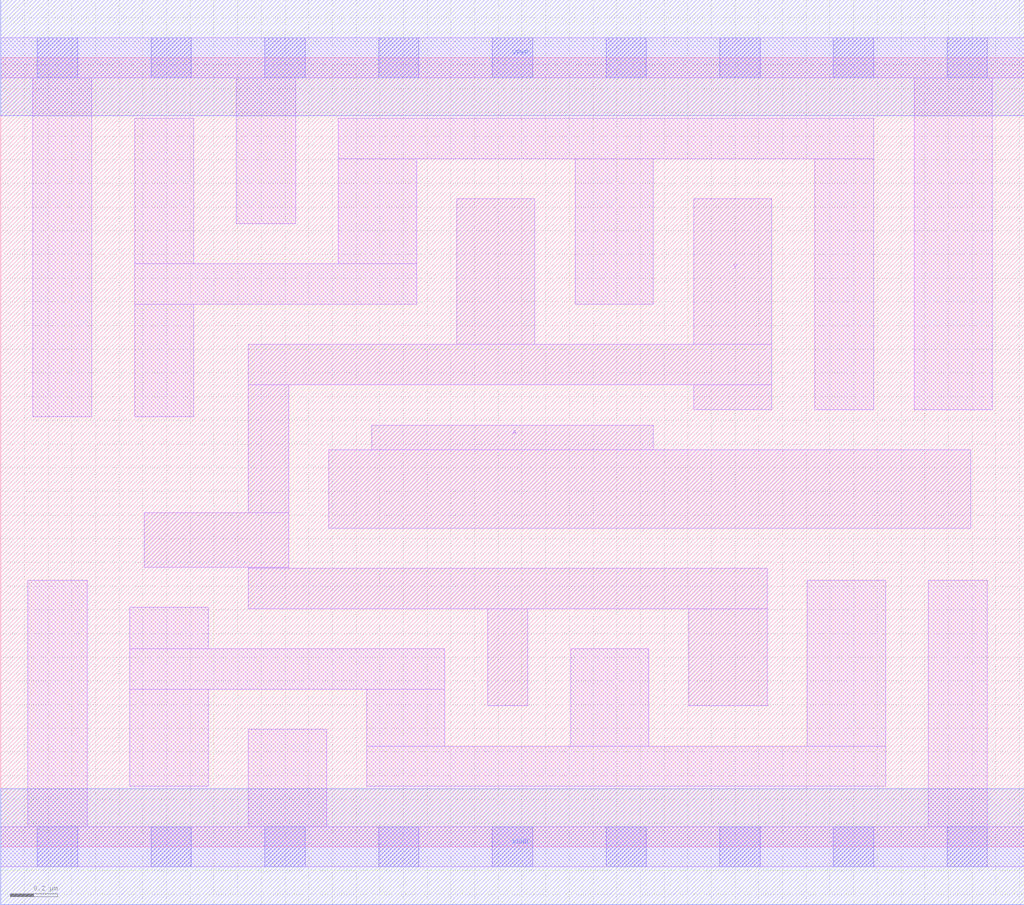
<source format=lef>
# Copyright 2020 The SkyWater PDK Authors
#
# Licensed under the Apache License, Version 2.0 (the "License");
# you may not use this file except in compliance with the License.
# You may obtain a copy of the License at
#
#     https://www.apache.org/licenses/LICENSE-2.0
#
# Unless required by applicable law or agreed to in writing, software
# distributed under the License is distributed on an "AS IS" BASIS,
# WITHOUT WARRANTIES OR CONDITIONS OF ANY KIND, either express or implied.
# See the License for the specific language governing permissions and
# limitations under the License.
#
# SPDX-License-Identifier: Apache-2.0

VERSION 5.7 ;
  NAMESCASESENSITIVE ON ;
  NOWIREEXTENSIONATPIN ON ;
  DIVIDERCHAR "/" ;
  BUSBITCHARS "[]" ;
UNITS
  DATABASE MICRONS 200 ;
END UNITS
MACRO sky130_fd_sc_lp__invlp_4
  CLASS CORE ;
  SOURCE USER ;
  FOREIGN sky130_fd_sc_lp__invlp_4 ;
  ORIGIN  0.000000  0.000000 ;
  SIZE  4.320000 BY  3.330000 ;
  SYMMETRY X Y R90 ;
  SITE unit ;
  PIN A
    ANTENNAGATEAREA  2.520000 ;
    DIRECTION INPUT ;
    USE SIGNAL ;
    PORT
      LAYER li1 ;
        RECT 1.385000 1.345000 4.095000 1.675000 ;
        RECT 1.565000 1.675000 2.755000 1.780000 ;
    END
  END A
  PIN Y
    ANTENNADIFFAREA  1.411200 ;
    DIRECTION OUTPUT ;
    USE SIGNAL ;
    PORT
      LAYER li1 ;
        RECT 0.605000 1.180000 1.215000 1.410000 ;
        RECT 1.045000 1.005000 3.235000 1.175000 ;
        RECT 1.045000 1.175000 1.215000 1.180000 ;
        RECT 1.045000 1.410000 1.215000 1.950000 ;
        RECT 1.045000 1.950000 3.255000 2.120000 ;
        RECT 1.925000 2.120000 2.255000 2.735000 ;
        RECT 2.055000 0.595000 2.225000 1.005000 ;
        RECT 2.905000 0.595000 3.235000 1.005000 ;
        RECT 2.925000 1.845000 3.255000 1.950000 ;
        RECT 2.925000 2.120000 3.255000 2.735000 ;
    END
  END Y
  PIN VGND
    DIRECTION INOUT ;
    USE GROUND ;
    PORT
      LAYER met1 ;
        RECT 0.000000 -0.245000 4.320000 0.245000 ;
    END
  END VGND
  PIN VPWR
    DIRECTION INOUT ;
    USE POWER ;
    PORT
      LAYER met1 ;
        RECT 0.000000 3.085000 4.320000 3.575000 ;
    END
  END VPWR
  OBS
    LAYER li1 ;
      RECT 0.000000 -0.085000 4.320000 0.085000 ;
      RECT 0.000000  3.245000 4.320000 3.415000 ;
      RECT 0.115000  0.085000 0.365000 1.125000 ;
      RECT 0.135000  1.815000 0.385000 3.245000 ;
      RECT 0.545000  0.255000 0.875000 0.665000 ;
      RECT 0.545000  0.665000 1.875000 0.835000 ;
      RECT 0.545000  0.835000 0.875000 1.010000 ;
      RECT 0.565000  1.815000 0.815000 2.290000 ;
      RECT 0.565000  2.290000 1.755000 2.460000 ;
      RECT 0.565000  2.460000 0.815000 3.075000 ;
      RECT 0.995000  2.630000 1.245000 3.245000 ;
      RECT 1.045000  0.085000 1.375000 0.495000 ;
      RECT 1.425000  2.460000 1.755000 2.905000 ;
      RECT 1.425000  2.905000 3.685000 3.075000 ;
      RECT 1.545000  0.255000 3.735000 0.425000 ;
      RECT 1.545000  0.425000 1.875000 0.665000 ;
      RECT 2.405000  0.425000 2.735000 0.835000 ;
      RECT 2.425000  2.290000 2.755000 2.905000 ;
      RECT 3.405000  0.425000 3.735000 1.125000 ;
      RECT 3.435000  1.845000 3.685000 2.905000 ;
      RECT 3.855000  1.845000 4.185000 3.245000 ;
      RECT 3.915000  0.085000 4.165000 1.125000 ;
    LAYER mcon ;
      RECT 0.155000 -0.085000 0.325000 0.085000 ;
      RECT 0.155000  3.245000 0.325000 3.415000 ;
      RECT 0.635000 -0.085000 0.805000 0.085000 ;
      RECT 0.635000  3.245000 0.805000 3.415000 ;
      RECT 1.115000 -0.085000 1.285000 0.085000 ;
      RECT 1.115000  3.245000 1.285000 3.415000 ;
      RECT 1.595000 -0.085000 1.765000 0.085000 ;
      RECT 1.595000  3.245000 1.765000 3.415000 ;
      RECT 2.075000 -0.085000 2.245000 0.085000 ;
      RECT 2.075000  3.245000 2.245000 3.415000 ;
      RECT 2.555000 -0.085000 2.725000 0.085000 ;
      RECT 2.555000  3.245000 2.725000 3.415000 ;
      RECT 3.035000 -0.085000 3.205000 0.085000 ;
      RECT 3.035000  3.245000 3.205000 3.415000 ;
      RECT 3.515000 -0.085000 3.685000 0.085000 ;
      RECT 3.515000  3.245000 3.685000 3.415000 ;
      RECT 3.995000 -0.085000 4.165000 0.085000 ;
      RECT 3.995000  3.245000 4.165000 3.415000 ;
  END
END sky130_fd_sc_lp__invlp_4

</source>
